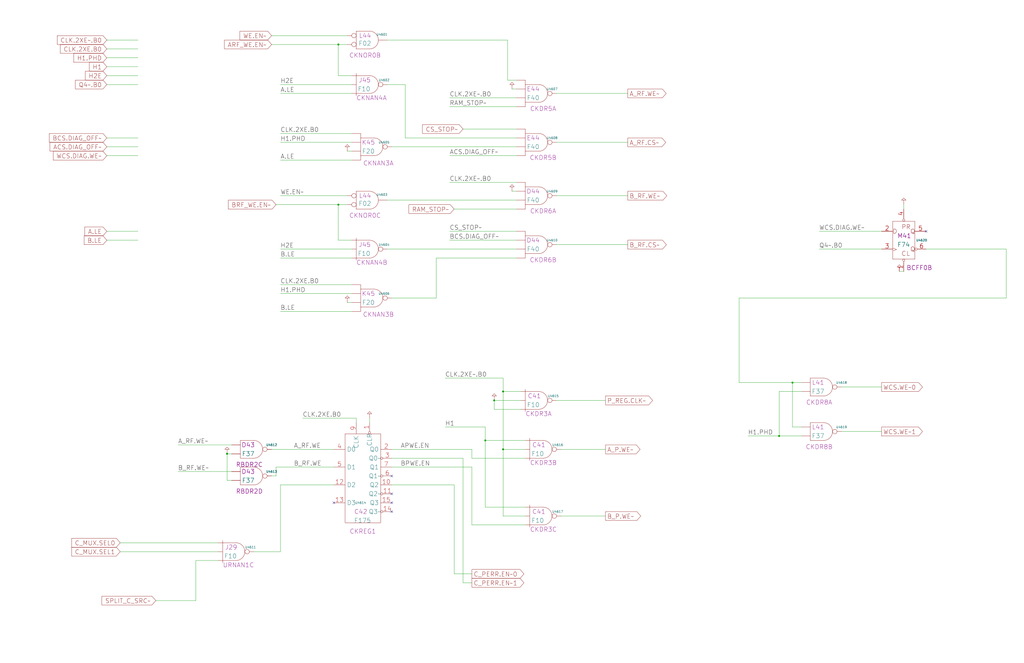
<source format=kicad_sch>
(kicad_sch (version 20230121) (generator eeschema)
  (paper "User" 584.2 378.46)
  (title_block (title "CLOCK GENERATION\\nRAM WRITE ENABLES") (date "22-MAR-90") (rev "1.0") (comment 1 "VALUE") (comment 2 "232-003063") (comment 3 "S400") (comment 4 "RELEASED"))
  (lib_symbols
    (symbol "r1000:F02" (pin_numbers hide) (pin_names hide)
      (property "Reference" "U" (at 12.16 0.635 0))
      (property "Value" "F02" (at -1.27 -4.445 0))
      (property "Location" "___" (at 2.54 0 0))
      (property "Name" "______" (at 2.54 -12.7 0))
      (symbol "F02_0_1"
        (arc (start -3.81 -7.62) (mid -2.9847 -2.54) (end -3.81 2.54) (stroke (width 0.1524)))
        (polyline (pts (xy -5.08 -5.08) (xy -3.175 -5.08)) (stroke (width 0.1524)))
        (polyline (pts (xy -5.08 0) (xy -3.175 0)) (stroke (width 0.1524)))
        (polyline (pts (xy -3.81 -7.62) (xy 2.54 -7.62)) (stroke (width 0.1524)))
        (polyline (pts (xy -3.81 2.54) (xy 2.54 2.54)) (stroke (width 0.1524)))
        (polyline (pts (xy 13.97 -2.54) (xy 12.7 -2.54)) (stroke (width 0.1524)))
        (arc (start 2.54 -7.62) (mid 6.9515 -5.9823) (end 10.16 -2.54) (stroke (width 0.1524)))
        (arc (start 10.16 -2.54) (mid 6.9478 0.8966) (end 2.54 2.54) (stroke (width 0.1524)))
        (circle (center 11.43 -2.54) (radius 1.27) (stroke (width 0.1524)))
      )
      (symbol "F02_0_2"
        (circle (center -3.81 -5.08) (radius 1.27) (stroke (width 0.1524)))
        (circle (center -3.81 0) (radius 1.27) (stroke (width 0.1524)))
        (polyline (pts (xy -2.54 -7.62) (xy 5.08 -7.62)) (stroke (width 0.1524)))
        (polyline (pts (xy -2.54 2.54) (xy -2.54 -7.62)) (stroke (width 0.1524)))
        (polyline (pts (xy -2.54 2.54) (xy 5.08 2.54)) (stroke (width 0.1524)))
        (polyline (pts (xy 11.43 -2.54) (xy 10.16 -2.54)) (stroke (width 0.1524)))
        (polyline (pts (xy 11.43 -2.54) (xy 12.7 -2.54)) (stroke (width 0.1524)))
        (arc (start 5.08 -7.62) (mid 10.1282 -2.54) (end 5.08 2.54) (stroke (width 0.1524)))
      )
      (symbol "F02_1_1"
        (pin input line (at -7.62 0 0) (length 2.54) (name "D0") (number "1"))
        (pin input line (at -7.62 -5.08 0) (length 2.54) (name "D1") (number "2"))
        (pin output line (at 15.24 -2.54 180) (length 1.27) (name "Q") (number "3"))
      )
      (symbol "F02_1_2"
        (pin input line (at -7.62 0 0) (length 2.54) (name "D0") (number "1"))
        (pin input line (at -7.62 -5.08 0) (length 2.54) (name "D1") (number "2"))
        (pin output line (at 15.24 -2.54 180) (length 2.54) (name "Q") (number "3"))
      )
    )
    (symbol "r1000:F10" (pin_numbers hide) (pin_names hide)
      (property "Reference" "U" (at 13.335 0 0))
      (property "Value" "F10" (at 5.715 -5.08 0))
      (property "Location" "___" (at -1.27 0 0))
      (property "Name" "______" (at -2.54 -10.16 0))
      (symbol "F10_0_1"
        (polyline (pts (xy -2.54 -7.62) (xy 5.08 -7.62)) (stroke (width 0.1524)))
        (polyline (pts (xy -2.54 2.54) (xy 5.08 2.54)) (stroke (width 0.1524)))
        (polyline (pts (xy -2.54 3.81) (xy -2.54 -8.89)) (stroke (width 0.1524)))
        (arc (start 5.08 -7.62) (mid 10.1282 -2.54) (end 5.08 2.54) (stroke (width 0.1524)))
        (circle (center 11.43 -2.54) (radius 1.27) (stroke (width 0.1524)))
      )
      (symbol "F10_0_2"
        (circle (center -3.81 -7.62) (radius 1.27) (stroke (width 0.1524)))
        (circle (center -3.81 2.54) (radius 1.27) (stroke (width 0.1524)))
        (circle (center -3.175 -2.54) (radius 1.27) (stroke (width 0.1524)))
        (arc (start -2.54 -7.62) (mid -1.8195 -2.54) (end -2.54 2.54) (stroke (width 0.1524)))
        (polyline (pts (xy -4.445 -2.54) (xy -5.08 -2.54)) (stroke (width 0.1524)))
        (polyline (pts (xy -2.54 -7.62) (xy 5.08 -7.62)) (stroke (width 0.1524)))
        (polyline (pts (xy -2.54 2.54) (xy 5.08 2.54)) (stroke (width 0.1524)))
        (polyline (pts (xy 10.795 -2.54) (xy 12.7 -2.54)) (stroke (width 0.1524)))
        (arc (start 5.08 -7.62) (mid 8.4845 -5.6954) (end 10.795 -2.54) (stroke (width 0.1524)))
        (arc (start 10.795 -2.54) (mid 8.4807 0.6111) (end 5.08 2.54) (stroke (width 0.1524)))
      )
      (symbol "F10_1_1"
        (pin input line (at -5.08 2.54 0) (length 2.54) (name "D0") (number "1"))
        (pin input line (at -5.08 -2.54 0) (length 2.54) (name "D1") (number "2"))
        (pin input line (at -5.08 -7.62 0) (length 2.54) (name "D2") (number "3"))
        (pin output line (at 15.24 -2.54 180) (length 2.54) (name "Q") (number "4"))
      )
      (symbol "F10_1_2"
        (pin input line (at -5.08 2.54 0) (length 0) (name "D0") (number "1"))
        (pin input line (at -5.08 -2.54 0) (length 0) (name "D1") (number "2"))
        (pin input line (at -5.08 -7.62 0) (length 0) (name "D2") (number "3"))
        (pin output line (at 15.24 -2.54 180) (length 2.54) (name "Q") (number "4"))
      )
    )
    (symbol "r1000:F175" (pin_names (offset 1.016))
      (property "Reference" "U" (at 2.54 5.08 0))
      (property "Value" "F175" (at -1.27 -5.08 0))
      (property "Location" "___" (at -1.27 0 0))
      (property "Name" "______" (at 3.81 -12.7 0))
      (symbol "F175_1_1"
        (rectangle (start -6.35 44.45) (end 13.97 -6.35))
        (circle (center 7.62 45.085) (radius 0.635))
        (circle (center 14.605 0) (radius 0.635))
        (circle (center 14.605 10.16) (radius 0.635))
        (circle (center 14.605 20.32) (radius 0.635))
        (circle (center 14.605 30.48) (radius 0.635))
        (pin input line (at 7.62 50.8 270) (length 5.08) (name "CLR") (number "1"))
        (pin output line (at 20.32 15.24 180) (length 6.35) (name "Q2") (number "10"))
        (pin output line (at 20.32 10.16 180) (length 5.08) (name "Q2~") (number "11"))
        (pin input line (at -12.7 15.24 0) (length 6.35) (name "D2") (number "12"))
        (pin input line (at -12.7 5.08 0) (length 6.35) (name "D3") (number "13"))
        (pin output line (at 20.32 0 180) (length 5.08) (name "Q3~") (number "14"))
        (pin output line (at 20.32 5.08 180) (length 6.35) (name "Q3") (number "15"))
        (pin output line (at 20.32 35.56 180) (length 6.35) (name "Q0") (number "2"))
        (pin output line (at 20.32 30.48 180) (length 5.08) (name "Q0~") (number "3"))
        (pin input line (at -12.7 35.56 0) (length 6.35) (name "D0") (number "4"))
        (pin input line (at -12.7 25.4 0) (length 6.35) (name "D1") (number "5"))
        (pin output line (at 20.32 20.32 180) (length 5.08) (name "Q1~") (number "6"))
        (pin output line (at 20.32 25.4 180) (length 6.35) (name "Q1") (number "7"))
        (pin input line (at 0 50.8 270) (length 6.35) (name "CLK") (number "9"))
      )
    )
    (symbol "r1000:F20" (pin_numbers hide) (pin_names hide)
      (property "Reference" "U" (at 8.255 2.54 0))
      (property "Value" "F20" (at -0.635 -2.54 0))
      (property "Location" "___" (at -0.635 2.54 0))
      (property "Name" "______" (at 5.08 -10.795 0))
      (symbol "F20_0_1"
        (polyline (pts (xy -5.08 -5.08) (xy -5.08 -7.62)) (stroke (width 0.1524)))
        (polyline (pts (xy -5.08 5.08) (xy -5.08 -5.08)) (stroke (width 0.1524)))
        (polyline (pts (xy -5.08 7.62) (xy -5.08 5.08)) (stroke (width 0.1524)))
        (polyline (pts (xy 2.54 -5.08) (xy -5.08 -5.08)) (stroke (width 0.1524)))
        (polyline (pts (xy 2.54 5.08) (xy -5.08 5.08)) (stroke (width 0.1524)))
        (arc (start 2.54 -5.08) (mid 7.5882 0) (end 2.54 5.08) (stroke (width 0.1524)))
        (circle (center 8.89 0) (radius 1.27) (stroke (width 0.1524)))
      )
      (symbol "F20_0_2"
        (circle (center -7.62 -7.62) (radius 1.27) (stroke (width 0.1524)))
        (circle (center -7.62 7.62) (radius 1.27) (stroke (width 0.1524)))
        (circle (center -6.985 -2.54) (radius 1.27) (stroke (width 0.1524)))
        (circle (center -6.985 2.54) (radius 1.27) (stroke (width 0.1524)))
        (arc (start -6.35 -7.62) (mid -5.3975 0) (end -6.35 7.62) (stroke (width 0.1524)))
        (polyline (pts (xy -5.715 -5.08) (xy 1.27 -5.08)) (stroke (width 0.1524)))
        (polyline (pts (xy -5.715 5.08) (xy 1.27 5.08)) (stroke (width 0.1524)))
        (arc (start 1.27 -5.08) (mid 5.0518 -3.2985) (end 7.62 0) (stroke (width 0.1524)))
        (arc (start 7.62 0) (mid 5.0518 3.2985) (end 1.27 5.08) (stroke (width 0.1524)))
      )
      (symbol "F20_1_1"
        (pin input line (at -10.16 7.62 0) (length 5.08) (name "D0") (number "1"))
        (pin input line (at -10.16 2.54 0) (length 5.08) (name "D1") (number "2"))
        (pin input line (at -10.16 -2.54 0) (length 5.08) (name "D2") (number "4"))
        (pin input line (at -10.16 -7.62 0) (length 5.08) (name "D3") (number "5"))
        (pin output line (at 12.7 0 180) (length 2.54) (name "Q") (number "6"))
      )
      (symbol "F20_1_2"
        (pin input line (at -10.16 7.62 0) (length 1.27) (name "D0") (number "1"))
        (pin input line (at -10.16 2.54 0) (length 1.905) (name "D1") (number "2"))
        (pin input line (at -10.16 -2.54 0) (length 1.905) (name "D2") (number "4"))
        (pin input line (at -10.16 -7.62 0) (length 1.27) (name "D3") (number "5"))
        (pin output line (at 12.7 0 180) (length 5.08) (name "Q") (number "6"))
      )
    )
    (symbol "r1000:F37" (pin_numbers hide) (pin_names (offset 0) hide)
      (property "Reference" "U" (at 15.24 0 0))
      (property "Value" "F37" (at 1.905 -5.08 0))
      (property "Location" "___" (at 1.905 0 0))
      (property "Name" "______" (at 2.54 -12.7 0))
      (symbol "F37_0_1"
        (polyline (pts (xy -2.54 -7.62) (xy 5.08 -7.62)) (stroke (width 0.1524)))
        (polyline (pts (xy -2.54 2.54) (xy -2.54 -7.62)) (stroke (width 0.1524)))
        (polyline (pts (xy -2.54 2.54) (xy 5.08 2.54)) (stroke (width 0.1524)))
        (arc (start 5.08 -7.62) (mid 10.1282 -2.54) (end 5.08 2.54) (stroke (width 0.1524)))
        (circle (center 11.43 -2.54) (radius 1.27) (stroke (width 0.1524)))
      )
      (symbol "F37_0_2"
        (circle (center -3.81 -5.08) (radius 1.27) (stroke (width 0.1524)))
        (circle (center -3.81 0) (radius 1.27) (stroke (width 0.1524)))
        (arc (start -3.175 -7.62) (mid -2.134 -2.54) (end -3.175 2.54) (stroke (width 0.1524)))
        (polyline (pts (xy -3.175 -7.62) (xy 3.81 -7.62)) (stroke (width 0.1524)))
        (polyline (pts (xy -3.175 2.54) (xy 3.81 2.54)) (stroke (width 0.1524)))
        (arc (start 3.81 -7.62) (mid 7.5855 -5.8306) (end 10.16 -2.54) (stroke (width 0.1524)))
        (arc (start 10.16 -2.54) (mid 7.5827 0.7471) (end 3.81 2.54) (stroke (width 0.1524)))
      )
      (symbol "F37_1_1"
        (pin input line (at -7.62 0 0) (length 5.08) (name "D0") (number "1"))
        (pin input line (at -7.62 -5.08 0) (length 5.08) (name "D1") (number "2"))
        (pin output line (at 15.24 -2.54 180) (length 2.54) (name "Q") (number "3"))
      )
      (symbol "F37_1_2"
        (pin input line (at -7.62 0 0) (length 2.54) (name "D0") (number "1"))
        (pin input line (at -7.62 -5.08 0) (length 2.54) (name "D1") (number "2"))
        (pin output line (at 15.24 -2.54 180) (length 5.08) (name "Q") (number "3"))
      )
    )
    (symbol "r1000:F40" (pin_numbers hide) (pin_names hide)
      (property "Reference" "U" (at 12.7 2.54 0))
      (property "Value" "F40" (at 1.905 -2.54 0))
      (property "Location" "___" (at 1.905 2.54 0))
      (property "Name" "______" (at 7.62 -10.16 0))
      (symbol "F40_0_0"
        (polyline (pts (xy -2.54 -5.08) (xy 5.08 -5.08)) (stroke (width 0.1524)))
        (polyline (pts (xy -2.54 5.08) (xy 5.08 5.08)) (stroke (width 0.1524)))
        (arc (start 5.08 -5.08) (mid 8.6721 -3.5921) (end 10.16 0) (stroke (width 0.1524)))
        (arc (start 10.16 0) (mid 8.6721 3.5921) (end 5.08 5.08) (stroke (width 0.1524)))
        (circle (center 11.43 0) (radius 1.27) (stroke (width 0.1524)))
      )
      (symbol "F40_0_1"
        (polyline (pts (xy -2.54 -5.08) (xy -2.54 -7.62)) (stroke (width 0.1524)))
        (polyline (pts (xy -2.54 5.08) (xy -2.54 -5.08)) (stroke (width 0.1524)))
        (polyline (pts (xy -2.54 7.62) (xy -2.54 5.08)) (stroke (width 0.1524)))
      )
      (symbol "F40_1_1"
        (pin input line (at -7.62 7.62 0) (length 5.08) (name "D0") (number "1"))
        (pin input line (at -7.62 2.54 0) (length 5.08) (name "D3") (number "2"))
        (pin input line (at -7.62 -2.54 0) (length 5.08) (name "D4") (number "4"))
        (pin input line (at -7.62 -7.62 0) (length 5.08) (name "D5") (number "5"))
        (pin output line (at 15.24 0 180) (length 2.54) (name "Q") (number "6"))
      )
    )
    (symbol "r1000:F74" (pin_names (offset 1.016) hide)
      (property "Reference" "U" (at 12.7 -2.54 0))
      (property "Value" "F74" (at -1.27 -5.08 0))
      (property "Location" "___" (at -1.27 0 0))
      (property "Name" "______" (at 11.43 -19.685 0))
      (symbol "F74_0_1"
        (rectangle (start -3.81 8.255) (end 8.89 -13.335) (stroke (width 0.1524)))
        (polyline (pts (xy 2.54 -15.24) (xy 2.54 -14.605)) (stroke (width 0.1524)))
        (polyline (pts (xy 2.54 10.16) (xy 2.54 9.525)) (stroke (width 0.1524)))
      )
      (symbol "F74_1_1"
        (circle (center 2.54 -13.97) (radius 0.635))
        (circle (center 2.54 8.89) (radius 0.635))
        (circle (center 9.525 -7.62) (radius 0.635))
        (text ">" (at -2.54 -7.62 0) (effects (font (size 2.54 2.54))))
        (text "C" (at 2.54 -10.16 0) (effects (font (size 2.54 2.54))))
        (text "D" (at -2.54 2.54 0) (effects (font (size 2.54 2.54))))
        (text "L" (at 5.08 -10.16 0) (effects (font (size 2.54 2.54))))
        (text "P" (at 2.54 5.08 0) (effects (font (size 2.54 2.54))))
        (text "Q" (at 7.62 -7.62 0) (effects (font (size 2.54 2.54))))
        (text "Q" (at 7.62 2.54 0) (effects (font (size 2.54 2.54))))
        (text "R" (at 5.08 5.08 0) (effects (font (size 2.54 2.54))))
        (pin input line (at 2.54 -20.32 90) (length 5.08) (name "CL_") (number "1"))
        (pin input line (at -10.16 2.54 0) (length 6.35) (name "D") (number "2"))
        (pin input line (at -10.16 -7.62 0) (length 6.35) (name "CLK") (number "3"))
        (pin input line (at 2.54 15.24 270) (length 5.08) (name "PR_") (number "4"))
        (pin output line (at 15.24 2.54 180) (length 6.35) (name "Q") (number "5"))
        (pin output line (at 15.24 -7.62 180) (length 5.08) (name "Q_") (number "6"))
      )
    )
    (symbol "r1000:PU" (power) (pin_numbers hide) (pin_names hide)
      (symbol "PU_0_1"
        (polyline (pts (xy 0 2.54) (xy -1.27 2.54) (xy 0 3.81) (xy 1.27 2.54) (xy 0 2.54)) (stroke (width 0.1524)))
      )
      (symbol "PU_1_1"
        (pin power_in line (at 0 0 90) (length 2.54) (name "PU") (number "1"))
      )
    )
  )
  (junction (at 193.04 25.4))
  (junction (at 129.54 259.08))
  (junction (at 452.12 218.44))
  (junction (at 193.04 116.84))
  (junction (at 287.02 256.54))
  (junction (at 287.02 223.52))
  (junction (at 444.5 248.92))
  (junction (at 281.94 228.6))
  (junction (at 276.86 251.46))
  (no_connect (at 223.52 292.1))
  (no_connect (at 190.5 287.02))
  (no_connect (at 223.52 271.78))
  (no_connect (at 223.52 287.02))
  (no_connect (at 528.32 132.08))
  (no_connect (at 223.52 281.94))
  (wire (pts (xy 287.02 223.52) (xy 297.18 223.52)))
  (wire (pts (xy 203.2 238.76) (xy 203.2 241.3)))
  (wire (pts (xy 287.02 223.52) (xy 287.02 256.54)))
  (wire (pts (xy 297.18 233.68) (xy 281.94 233.68)))
  (wire (pts (xy 256.54 137.16) (xy 294.64 137.16)))
  (wire (pts (xy 281.94 228.6) (xy 297.18 228.6)))
  (wire (pts (xy 220.98 48.26) (xy 231.14 48.26)))
  (wire (pts (xy 444.5 223.52) (xy 444.5 248.92)))
  (wire (pts (xy 60.96 22.86) (xy 78.74 22.86)))
  (wire (pts (xy 467.36 132.08) (xy 502.92 132.08)))
  (wire (pts (xy 259.08 276.86) (xy 223.52 276.86)))
  (wire (pts (xy 193.04 116.84) (xy 198.12 116.84)))
  (wire (pts (xy 259.08 327.66) (xy 259.08 276.86)))
  (wire (pts (xy 289.56 22.86) (xy 289.56 45.72)))
  (wire (pts (xy 528.32 142.24) (xy 574.04 142.24)))
  (wire (pts (xy 231.14 48.26) (xy 231.14 78.74)))
  (wire (pts (xy 292.1 50.8) (xy 294.64 50.8)))
  (wire (pts (xy 160.02 167.64) (xy 200.66 167.64)))
  (wire (pts (xy 467.36 142.24) (xy 502.92 142.24)))
  (wire (pts (xy 60.96 33.02) (xy 78.74 33.02)))
  (wire (pts (xy 289.56 45.72) (xy 294.64 45.72)))
  (wire (pts (xy 111.76 342.9) (xy 111.76 320.04)))
  (wire (pts (xy 60.96 132.08) (xy 78.74 132.08)))
  (wire (pts (xy 157.48 116.84) (xy 193.04 116.84)))
  (wire (pts (xy 254 243.84) (xy 276.86 243.84)))
  (wire (pts (xy 276.86 251.46) (xy 276.86 289.56)))
  (wire (pts (xy 317.5 228.6) (xy 345.44 228.6)))
  (wire (pts (xy 68.58 309.88) (xy 124.46 309.88)))
  (wire (pts (xy 223.52 170.18) (xy 248.92 170.18)))
  (wire (pts (xy 60.96 43.18) (xy 78.74 43.18)))
  (wire (pts (xy 193.04 137.16) (xy 193.04 116.84)))
  (wire (pts (xy 269.24 327.66) (xy 259.08 327.66)))
  (wire (pts (xy 60.96 83.82) (xy 78.74 83.82)))
  (wire (pts (xy 60.96 27.94) (xy 78.74 27.94)))
  (wire (pts (xy 101.6 254) (xy 132.08 254)))
  (wire (pts (xy 172.72 238.76) (xy 203.2 238.76)))
  (wire (pts (xy 160.02 48.26) (xy 200.66 48.26)))
  (wire (pts (xy 317.5 111.76) (xy 358.14 111.76)))
  (wire (pts (xy 452.12 243.84) (xy 452.12 218.44)))
  (wire (pts (xy 452.12 218.44) (xy 457.2 218.44)))
  (wire (pts (xy 254 215.9) (xy 287.02 215.9)))
  (wire (pts (xy 193.04 25.4) (xy 198.12 25.4)))
  (wire (pts (xy 281.94 233.68) (xy 281.94 228.6)))
  (wire (pts (xy 320.04 256.54) (xy 345.44 256.54)))
  (wire (pts (xy 60.96 137.16) (xy 78.74 137.16)))
  (wire (pts (xy 129.54 259.08) (xy 132.08 259.08)))
  (wire (pts (xy 421.64 170.18) (xy 421.64 218.44)))
  (wire (pts (xy 154.94 20.32) (xy 198.12 20.32)))
  (wire (pts (xy 60.96 38.1) (xy 78.74 38.1)))
  (wire (pts (xy 160.02 142.24) (xy 200.66 142.24)))
  (wire (pts (xy 320.04 294.64) (xy 345.44 294.64)))
  (wire (pts (xy 287.02 256.54) (xy 299.72 256.54)))
  (wire (pts (xy 513.08 154.94) (xy 515.62 154.94)))
  (wire (pts (xy 223.52 256.54) (xy 269.24 256.54)))
  (wire (pts (xy 256.54 104.14) (xy 294.64 104.14)))
  (wire (pts (xy 264.16 73.66) (xy 294.64 73.66)))
  (wire (pts (xy 421.64 218.44) (xy 452.12 218.44)))
  (wire (pts (xy 160.02 111.76) (xy 198.12 111.76)))
  (wire (pts (xy 457.2 223.52) (xy 444.5 223.52)))
  (wire (pts (xy 101.6 269.24) (xy 132.08 269.24)))
  (wire (pts (xy 317.5 139.7) (xy 358.14 139.7)))
  (wire (pts (xy 457.2 243.84) (xy 452.12 243.84)))
  (wire (pts (xy 160.02 91.44) (xy 200.66 91.44)))
  (wire (pts (xy 200.66 43.18) (xy 193.04 43.18)))
  (wire (pts (xy 276.86 243.84) (xy 276.86 251.46)))
  (wire (pts (xy 129.54 274.32) (xy 129.54 259.08)))
  (wire (pts (xy 160.02 276.86) (xy 190.5 276.86)))
  (wire (pts (xy 480.06 246.38) (xy 502.92 246.38)))
  (wire (pts (xy 256.54 55.88) (xy 294.64 55.88)))
  (wire (pts (xy 264.16 261.62) (xy 223.52 261.62)))
  (wire (pts (xy 210.82 238.76) (xy 210.82 241.3)))
  (wire (pts (xy 269.24 266.7) (xy 269.24 299.72)))
  (wire (pts (xy 193.04 43.18) (xy 193.04 25.4)))
  (wire (pts (xy 60.96 78.74) (xy 78.74 78.74)))
  (wire (pts (xy 256.54 88.9) (xy 294.64 88.9)))
  (wire (pts (xy 256.54 132.08) (xy 294.64 132.08)))
  (wire (pts (xy 160.02 314.96) (xy 160.02 276.86)))
  (wire (pts (xy 269.24 332.74) (xy 264.16 332.74)))
  (wire (pts (xy 248.92 170.18) (xy 248.92 147.32)))
  (wire (pts (xy 287.02 256.54) (xy 287.02 294.64)))
  (wire (pts (xy 256.54 60.96) (xy 294.64 60.96)))
  (wire (pts (xy 220.98 142.24) (xy 294.64 142.24)))
  (wire (pts (xy 157.48 271.78) (xy 157.48 266.7)))
  (wire (pts (xy 160.02 162.56) (xy 200.66 162.56)))
  (wire (pts (xy 160.02 81.28) (xy 200.66 81.28)))
  (wire (pts (xy 198.12 86.36) (xy 200.66 86.36)))
  (wire (pts (xy 276.86 289.56) (xy 299.72 289.56)))
  (wire (pts (xy 269.24 299.72) (xy 299.72 299.72)))
  (wire (pts (xy 426.72 248.92) (xy 444.5 248.92)))
  (wire (pts (xy 287.02 294.64) (xy 299.72 294.64)))
  (wire (pts (xy 157.48 266.7) (xy 190.5 266.7)))
  (wire (pts (xy 248.92 147.32) (xy 294.64 147.32)))
  (wire (pts (xy 144.78 314.96) (xy 160.02 314.96)))
  (wire (pts (xy 160.02 177.8) (xy 200.66 177.8)))
  (wire (pts (xy 269.24 256.54) (xy 269.24 261.62)))
  (wire (pts (xy 444.5 248.92) (xy 457.2 248.92)))
  (wire (pts (xy 292.1 109.22) (xy 294.64 109.22)))
  (wire (pts (xy 276.86 251.46) (xy 299.72 251.46)))
  (wire (pts (xy 60.96 48.26) (xy 78.74 48.26)))
  (wire (pts (xy 111.76 320.04) (xy 124.46 320.04)))
  (wire (pts (xy 60.96 88.9) (xy 78.74 88.9)))
  (wire (pts (xy 160.02 147.32) (xy 200.66 147.32)))
  (wire (pts (xy 259.08 119.38) (xy 294.64 119.38)))
  (wire (pts (xy 223.52 83.82) (xy 294.64 83.82)))
  (wire (pts (xy 154.94 256.54) (xy 190.5 256.54)))
  (wire (pts (xy 574.04 170.18) (xy 421.64 170.18)))
  (wire (pts (xy 317.5 81.28) (xy 358.14 81.28)))
  (wire (pts (xy 515.62 116.84) (xy 515.62 119.38)))
  (wire (pts (xy 574.04 142.24) (xy 574.04 170.18)))
  (wire (pts (xy 220.98 22.86) (xy 289.56 22.86)))
  (wire (pts (xy 200.66 137.16) (xy 193.04 137.16)))
  (wire (pts (xy 223.52 266.7) (xy 269.24 266.7)))
  (wire (pts (xy 269.24 261.62) (xy 299.72 261.62)))
  (wire (pts (xy 198.12 172.72) (xy 200.66 172.72)))
  (wire (pts (xy 480.06 220.98) (xy 502.92 220.98)))
  (wire (pts (xy 287.02 215.9) (xy 287.02 223.52)))
  (wire (pts (xy 317.5 53.34) (xy 358.14 53.34)))
  (wire (pts (xy 160.02 76.2) (xy 200.66 76.2)))
  (wire (pts (xy 220.98 114.3) (xy 294.64 114.3)))
  (wire (pts (xy 231.14 78.74) (xy 294.64 78.74)))
  (wire (pts (xy 264.16 332.74) (xy 264.16 261.62)))
  (wire (pts (xy 88.9 342.9) (xy 111.76 342.9)))
  (wire (pts (xy 68.58 314.96) (xy 124.46 314.96)))
  (wire (pts (xy 132.08 274.32) (xy 129.54 274.32)))
  (wire (pts (xy 154.94 271.78) (xy 157.48 271.78)))
  (wire (pts (xy 160.02 53.34) (xy 200.66 53.34)))
  (wire (pts (xy 154.94 25.4) (xy 193.04 25.4)))
  (label "APWE.EN" (at 228.6 256.54 0) (effects (font (size 2.54 2.54))))
  (label "CLK.2XE~.B0" (at 256.54 104.14 0) (effects (font (size 2.54 2.54))))
  (label "WCS.DIAG.WE~" (at 467.36 132.08 0) (effects (font (size 2.54 2.54))))
  (label "H1.PHD" (at 426.72 248.92 0) (effects (font (size 2.54 2.54))))
  (label "H2E" (at 160.02 48.26 0) (effects (font (size 2.54 2.54))))
  (label "H2E" (at 160.02 142.24 0) (effects (font (size 2.54 2.54))))
  (label "BCS.DIAG_OFF~" (at 256.54 137.16 0) (effects (font (size 2.54 2.54))))
  (label "CLK.2XE.B0" (at 172.72 238.76 0) (effects (font (size 2.54 2.54))))
  (label "B_RF.WE~" (at 101.6 269.24 0) (effects (font (size 2.54 2.54))))
  (label "A_RF.WE" (at 167.64 256.54 0) (effects (font (size 2.54 2.54))))
  (label "B.LE" (at 160.02 147.32 0) (effects (font (size 2.54 2.54))))
  (label "CLK.2XE.B0" (at 160.02 162.56 0) (effects (font (size 2.54 2.54))))
  (label "B_RF.WE" (at 167.64 266.7 0) (effects (font (size 2.54 2.54))))
  (label "RAM_STOP~" (at 256.54 60.96 0) (effects (font (size 2.54 2.54))))
  (label "H1.PHD" (at 160.02 167.64 0) (effects (font (size 2.54 2.54))))
  (label "CS_STOP~" (at 256.54 132.08 0) (effects (font (size 2.54 2.54))))
  (label "A_RF.WE~" (at 101.6 254 0) (effects (font (size 2.54 2.54))))
  (label "BPWE.EN" (at 228.6 266.7 0) (effects (font (size 2.54 2.54))))
  (label "H1.PHD" (at 160.02 81.28 0) (effects (font (size 2.54 2.54))))
  (label "CLK.2XE.B0" (at 160.02 76.2 0) (effects (font (size 2.54 2.54))))
  (label "Q4~.B0" (at 467.36 142.24 0) (effects (font (size 2.54 2.54))))
  (label "A.LE" (at 160.02 91.44 0) (effects (font (size 2.54 2.54))))
  (label "ACS.DIAG_OFF~" (at 256.54 88.9 0) (effects (font (size 2.54 2.54))))
  (label "B.LE" (at 160.02 177.8 0) (effects (font (size 2.54 2.54))))
  (label "CLK.2XE~.B0" (at 256.54 55.88 0) (effects (font (size 2.54 2.54))))
  (label "A.LE" (at 160.02 53.34 0) (effects (font (size 2.54 2.54))))
  (label "CLK.2XE~.B0" (at 254 215.9 0) (effects (font (size 2.54 2.54))))
  (label "WE.EN~" (at 160.02 111.76 0) (effects (font (size 2.54 2.54))))
  (label "H1" (at 254 243.84 0) (effects (font (size 2.54 2.54))))
  (global_label "A_RF.WE~" (shape output) (at 358.14 53.34 0) (effects (font (size 2.54 2.54))) (property "Intersheetrefs" "${INTERSHEET_REFS}" (at 380.0203 53.1813 0) (effects (font (size 1.905 1.905)) (justify left))))
  (global_label "H1.PHD" (shape input) (at 60.96 33.02 180) (effects (font (size 2.54 2.54))) (property "Intersheetrefs" "${INTERSHEET_REFS}" (at 42.1035 32.8613 0) (effects (font (size 1.905 1.905)) (justify right))))
  (global_label "BCS.DIAG_OFF~" (shape input) (at 60.96 78.74 180) (effects (font (size 2.54 2.54))) (property "Intersheetrefs" "${INTERSHEET_REFS}" (at 28.194 78.5813 0) (effects (font (size 1.905 1.905)) (justify right))))
  (global_label "CS_STOP~" (shape input) (at 264.16 73.66 180) (effects (font (size 2.54 2.54))) (property "Intersheetrefs" "${INTERSHEET_REFS}" (at 241.0702 73.5013 0) (effects (font (size 1.905 1.905)) (justify right))))
  (global_label "CLK.2XE~.B0" (shape input) (at 60.96 22.86 180) (effects (font (size 2.54 2.54))) (property "Intersheetrefs" "${INTERSHEET_REFS}" (at 32.6692 22.7013 0) (effects (font (size 1.905 1.905)) (justify right))))
  (global_label "A.LE" (shape input) (at 60.96 132.08 180) (effects (font (size 2.54 2.54))) (property "Intersheetrefs" "${INTERSHEET_REFS}" (at 48.393 131.9213 0) (effects (font (size 1.905 1.905)) (justify right))))
  (global_label "WCS.WE~1" (shape output) (at 502.92 246.38 0) (effects (font (size 2.54 2.54))) (property "Intersheetrefs" "${INTERSHEET_REFS}" (at 526.2517 246.2213 0) (effects (font (size 1.905 1.905)) (justify left))))
  (global_label "ACS.DIAG_OFF~" (shape input) (at 60.96 83.82 180) (effects (font (size 2.54 2.54))) (property "Intersheetrefs" "${INTERSHEET_REFS}" (at 28.5569 83.6613 0) (effects (font (size 1.905 1.905)) (justify right))))
  (global_label "H2E" (shape input) (at 60.96 43.18 180) (effects (font (size 2.54 2.54))) (property "Intersheetrefs" "${INTERSHEET_REFS}" (at 48.7559 43.0213 0) (effects (font (size 1.905 1.905)) (justify right))))
  (global_label "ARF_WE.EN~" (shape input) (at 154.94 25.4 180) (effects (font (size 2.54 2.54))) (property "Intersheetrefs" "${INTERSHEET_REFS}" (at 128.1007 25.2413 0) (effects (font (size 1.905 1.905)) (justify right))))
  (global_label "WCS.WE~0" (shape output) (at 502.92 220.98 0) (effects (font (size 2.54 2.54))) (property "Intersheetrefs" "${INTERSHEET_REFS}" (at 526.2517 220.8213 0) (effects (font (size 1.905 1.905)) (justify left))))
  (global_label "RAM_STOP~" (shape input) (at 259.08 119.38 180) (effects (font (size 2.54 2.54))) (property "Intersheetrefs" "${INTERSHEET_REFS}" (at 233.3292 119.2213 0) (effects (font (size 1.905 1.905)) (justify right))))
  (global_label "WE.EN~" (shape input) (at 154.94 20.32 180) (effects (font (size 2.54 2.54))) (property "Intersheetrefs" "${INTERSHEET_REFS}" (at 136.9302 20.1613 0) (effects (font (size 1.905 1.905)) (justify right))))
  (global_label "C_PERR.EN~1" (shape output) (at 269.24 332.74 0) (effects (font (size 2.54 2.54))) (property "Intersheetrefs" "${INTERSHEET_REFS}" (at 298.8612 332.5813 0) (effects (font (size 1.905 1.905)) (justify left))))
  (global_label "CLK.2XE.B0" (shape input) (at 60.96 27.94 180) (effects (font (size 2.54 2.54))) (property "Intersheetrefs" "${INTERSHEET_REFS}" (at 34.4835 27.7813 0) (effects (font (size 1.905 1.905)) (justify right))))
  (global_label "SPLIT_C_SRC~" (shape input) (at 88.9 342.9 180) (effects (font (size 2.54 2.54))) (property "Intersheetrefs" "${INTERSHEET_REFS}" (at 58.1902 342.7413 0) (effects (font (size 1.905 1.905)) (justify right))))
  (global_label "H1" (shape input) (at 60.96 38.1 180) (effects (font (size 2.54 2.54))) (property "Intersheetrefs" "${INTERSHEET_REFS}" (at 51.054 37.9413 0) (effects (font (size 1.905 1.905)) (justify right))))
  (global_label "B.LE" (shape input) (at 60.96 137.16 180) (effects (font (size 2.54 2.54))) (property "Intersheetrefs" "${INTERSHEET_REFS}" (at 48.0302 137.0013 0) (effects (font (size 1.905 1.905)) (justify right))))
  (global_label "B_RF.WE~" (shape output) (at 358.14 111.76 0) (effects (font (size 2.54 2.54))) (property "Intersheetrefs" "${INTERSHEET_REFS}" (at 380.3831 111.6013 0) (effects (font (size 1.905 1.905)) (justify left))))
  (global_label "B_RF.CS~" (shape output) (at 358.14 139.7 0) (effects (font (size 2.54 2.54))) (property "Intersheetrefs" "${INTERSHEET_REFS}" (at 380.1412 139.5413 0) (effects (font (size 1.905 1.905)) (justify left))))
  (global_label "A_RF.CS~" (shape output) (at 358.14 81.28 0) (effects (font (size 2.54 2.54))) (property "Intersheetrefs" "${INTERSHEET_REFS}" (at 379.7784 81.1213 0) (effects (font (size 1.905 1.905)) (justify left))))
  (global_label "A_P.WE~" (shape output) (at 345.44 256.54 0) (effects (font (size 2.54 2.54))) (property "Intersheetrefs" "${INTERSHEET_REFS}" (at 365.1431 256.3813 0) (effects (font (size 1.905 1.905)) (justify left))))
  (global_label "BRF_WE.EN~" (shape input) (at 157.48 116.84 180) (effects (font (size 2.54 2.54))) (property "Intersheetrefs" "${INTERSHEET_REFS}" (at 130.2778 116.6813 0) (effects (font (size 1.905 1.905)) (justify right))))
  (global_label "B_P.WE~" (shape output) (at 345.44 294.64 0) (effects (font (size 2.54 2.54))) (property "Intersheetrefs" "${INTERSHEET_REFS}" (at 365.506 294.4813 0) (effects (font (size 1.905 1.905)) (justify left))))
  (global_label "C_PERR.EN~0" (shape output) (at 269.24 327.66 0) (effects (font (size 2.54 2.54))) (property "Intersheetrefs" "${INTERSHEET_REFS}" (at 298.8612 327.5013 0) (effects (font (size 1.905 1.905)) (justify left))))
  (global_label "C_MUX.SEL1" (shape input) (at 68.58 314.96 180) (effects (font (size 2.54 2.54))) (property "Intersheetrefs" "${INTERSHEET_REFS}" (at 40.1683 314.8013 0) (effects (font (size 1.905 1.905)) (justify right))))
  (global_label "Q4~.B0" (shape input) (at 60.96 48.26 180) (effects (font (size 2.54 2.54))) (property "Intersheetrefs" "${INTERSHEET_REFS}" (at 43.0711 48.1013 0) (effects (font (size 1.905 1.905)) (justify right))))
  (global_label "WCS.DIAG.WE~" (shape input) (at 60.96 88.9 180) (effects (font (size 2.54 2.54))) (property "Intersheetrefs" "${INTERSHEET_REFS}" (at 30.3711 88.7413 0) (effects (font (size 1.905 1.905)) (justify right))))
  (global_label "C_MUX.SEL0" (shape input) (at 68.58 309.88 180) (effects (font (size 2.54 2.54))) (property "Intersheetrefs" "${INTERSHEET_REFS}" (at 40.1683 309.7213 0) (effects (font (size 1.905 1.905)) (justify right))))
  (global_label "P_REG.CLK~" (shape output) (at 345.44 228.6 0) (effects (font (size 2.54 2.54))) (property "Intersheetrefs" "${INTERSHEET_REFS}" (at 372.2793 228.4413 0) (effects (font (size 1.905 1.905)) (justify left))))
  (symbol (lib_id "r1000:F74") (at 513.08 134.62 0) (unit 1)
    (property "Reference" "U4620" (at 525.78 137.16 0))
    (property "Value" "F74" (at 511.81 139.7 0) (effects (font (size 2.54 2.54)) (justify left)))
    (property "Location" "M41" (at 511.81 134.62 0) (effects (font (size 2.54 2.54)) (justify left)))
    (property "Name" "BCFF0B" (at 524.51 154.305 0) (effects (font (size 2.54 2.54)) (justify bottom)))
  )
  (symbol (lib_id "r1000:PU") (at 198.12 86.36 0) (unit 1)
    (property "Reference" "#PWR04601" (effects hide))
    (property "Value" "PU" (effects hide))
  )
  (symbol (lib_id "r1000:F40") (at 302.26 111.76 0) (unit 1)
    (property "Reference" "U4609" (at 314.96 109.22 0))
    (property "Value" "F40" (at 304.165 114.3 0) (effects (font (size 2.54 2.54))))
    (property "Location" "D44" (at 304.165 109.22 0) (effects (font (size 2.54 2.54))))
    (property "Name" "CKDR6A" (at 309.88 121.92 0) (effects (font (size 2.54 2.54)) (justify bottom)))
  )
  (symbol (lib_id "r1000:F37") (at 464.82 243.84 0) (unit 1)
    (property "Reference" "U4619" (at 480.06 243.84 0))
    (property "Value" "F37" (at 466.725 248.92 0) (effects (font (size 2.54 2.54))))
    (property "Location" "L41" (at 466.725 243.84 0) (effects (font (size 2.54 2.54))))
    (property "Name" "CKDR8B" (at 467.36 256.54 0) (effects (font (size 2.54 2.54)) (justify bottom)))
  )
  (symbol (lib_id "r1000:F37") (at 139.7 269.24 0) (unit 1)
    (property "Reference" "U4613" (at 154.94 269.24 0))
    (property "Value" "F37" (at 141.605 274.32 0) (effects (font (size 2.54 2.54))))
    (property "Location" "D43" (at 141.605 269.24 0) (effects (font (size 2.54 2.54))))
    (property "Name" "RBDR2D" (at 142.24 281.94 0) (effects (font (size 2.54 2.54)) (justify bottom)))
  )
  (symbol (lib_id "r1000:PU") (at 281.94 228.6 0) (unit 1)
    (property "Reference" "#PWR04607" (effects hide))
    (property "Value" "PU" (effects hide))
  )
  (symbol (lib_id "r1000:PU") (at 292.1 109.22 0) (unit 1)
    (property "Reference" "#PWR04604" (effects hide))
    (property "Value" "PU" (effects hide))
  )
  (symbol (lib_id "r1000:F20") (at 210.82 83.82 0) (unit 1)
    (property "Reference" "U4605" (at 219.075 81.28 0))
    (property "Value" "F20" (at 210.185 86.36 0) (effects (font (size 2.54 2.54))))
    (property "Location" "K45" (at 210.185 81.28 0) (effects (font (size 2.54 2.54))))
    (property "Name" "CKNAN3A" (at 215.9 94.615 0) (effects (font (size 2.54 2.54)) (justify bottom)))
  )
  (symbol (lib_id "r1000:PU") (at 129.54 259.08 0) (unit 1)
    (property "Reference" "#PWR04605" (effects hide))
    (property "Value" "PU" (effects hide))
  )
  (symbol (lib_id "r1000:F40") (at 302.26 139.7 0) (unit 1)
    (property "Reference" "U4610" (at 314.96 137.16 0))
    (property "Value" "F40" (at 304.165 142.24 0) (effects (font (size 2.54 2.54))))
    (property "Location" "D44" (at 304.165 137.16 0) (effects (font (size 2.54 2.54))))
    (property "Name" "CKDR6B" (at 309.88 149.86 0) (effects (font (size 2.54 2.54)) (justify bottom)))
  )
  (symbol (lib_id "r1000:F02") (at 205.74 20.32 0) (unit 1) (convert 2)
    (property "Reference" "U4601" (at 217.9 19.685 0))
    (property "Value" "F02" (at 204.47 24.765 0) (effects (font (size 2.54 2.54)) (justify left)))
    (property "Location" "L44" (at 208.28 20.32 0) (effects (font (size 2.54 2.54))))
    (property "Name" "CKNOR0B" (at 208.28 33.02 0) (effects (font (size 2.54 2.54)) (justify bottom)))
  )
  (symbol (lib_id "r1000:F37") (at 139.7 254 0) (unit 1)
    (property "Reference" "U4612" (at 154.94 254 0))
    (property "Value" "F37" (at 141.605 259.08 0) (effects (font (size 2.54 2.54))))
    (property "Location" "D43" (at 141.605 254 0) (effects (font (size 2.54 2.54))))
    (property "Name" "RBDR2C" (at 142.24 266.7 0) (effects (font (size 2.54 2.54)) (justify bottom)))
  )
  (symbol (lib_id "r1000:F10") (at 302.26 226.06 0) (unit 1)
    (property "Reference" "U4615" (at 315.595 226.06 0))
    (property "Value" "F10" (at 307.975 231.14 0) (effects (font (size 2.54 2.54)) (justify right)))
    (property "Location" "C41" (at 300.99 226.06 0) (effects (font (size 2.54 2.54)) (justify left)))
    (property "Name" "CKDR3A" (at 299.72 236.22 0) (effects (font (size 2.54 2.54)) (justify left)))
  )
  (symbol (lib_id "r1000:F10") (at 205.74 45.72 0) (unit 1)
    (property "Reference" "U4602" (at 219.075 45.72 0))
    (property "Value" "F10" (at 211.455 50.8 0) (effects (font (size 2.54 2.54)) (justify right)))
    (property "Location" "J45" (at 204.47 45.72 0) (effects (font (size 2.54 2.54)) (justify left)))
    (property "Name" "CKNAN4A" (at 203.2 55.88 0) (effects (font (size 2.54 2.54)) (justify left)))
  )
  (symbol (lib_id "r1000:F20") (at 210.82 170.18 0) (unit 1)
    (property "Reference" "U4606" (at 219.075 167.64 0))
    (property "Value" "F20" (at 210.185 172.72 0) (effects (font (size 2.54 2.54))))
    (property "Location" "K45" (at 210.185 167.64 0) (effects (font (size 2.54 2.54))))
    (property "Name" "CKNAN3B" (at 215.9 180.975 0) (effects (font (size 2.54 2.54)) (justify bottom)))
  )
  (symbol (lib_id "r1000:PU") (at 198.12 172.72 0) (unit 1)
    (property "Reference" "#PWR04602" (effects hide))
    (property "Value" "PU" (effects hide))
  )
  (symbol (lib_id "r1000:PU") (at 292.1 50.8 0) (unit 1)
    (property "Reference" "#PWR04603" (effects hide))
    (property "Value" "PU" (effects hide))
  )
  (symbol (lib_id "r1000:F10") (at 205.74 139.7 0) (unit 1)
    (property "Reference" "U4604" (at 219.075 139.7 0))
    (property "Value" "F10" (at 211.455 144.78 0) (effects (font (size 2.54 2.54)) (justify right)))
    (property "Location" "J45" (at 204.47 139.7 0) (effects (font (size 2.54 2.54)) (justify left)))
    (property "Name" "CKNAN4B" (at 203.2 149.86 0) (effects (font (size 2.54 2.54)) (justify left)))
  )
  (symbol (lib_id "r1000:F175") (at 203.2 292.1 0) (unit 1)
    (property "Reference" "U4614" (at 205.74 287.02 0))
    (property "Value" "F175" (at 201.93 297.18 0) (effects (font (size 2.54 2.54)) (justify left)))
    (property "Location" "C42" (at 201.93 292.1 0) (effects (font (size 2.54 2.54)) (justify left)))
    (property "Name" "CKREG1" (at 207.01 304.8 0) (effects (font (size 2.54 2.54)) (justify bottom)))
  )
  (symbol (lib_id "r1000:PU") (at 513.08 154.94 0) (unit 1)
    (property "Reference" "#PWR04608" (effects hide))
    (property "Value" "PU" (effects hide))
  )
  (symbol (lib_id "r1000:F10") (at 304.8 254 0) (unit 1)
    (property "Reference" "U4616" (at 318.135 254 0))
    (property "Value" "F10" (at 310.515 259.08 0) (effects (font (size 2.54 2.54)) (justify right)))
    (property "Location" "C41" (at 303.53 254 0) (effects (font (size 2.54 2.54)) (justify left)))
    (property "Name" "CKDR3B" (at 302.26 264.16 0) (effects (font (size 2.54 2.54)) (justify left)))
  )
  (symbol (lib_id "r1000:F40") (at 302.26 81.28 0) (unit 1)
    (property "Reference" "U4608" (at 314.96 78.74 0))
    (property "Value" "F40" (at 304.165 83.82 0) (effects (font (size 2.54 2.54))))
    (property "Location" "E44" (at 304.165 78.74 0) (effects (font (size 2.54 2.54))))
    (property "Name" "CKDR5B" (at 309.88 91.44 0) (effects (font (size 2.54 2.54)) (justify bottom)))
  )
  (symbol (lib_id "r1000:PU") (at 515.62 116.84 0) (unit 1)
    (property "Reference" "#PWR04609" (effects hide))
    (property "Value" "PU" (effects hide))
  )
  (symbol (lib_id "r1000:F02") (at 205.74 111.76 0) (unit 1) (convert 2)
    (property "Reference" "U4603" (at 217.9 111.125 0))
    (property "Value" "F02" (at 204.47 116.205 0) (effects (font (size 2.54 2.54)) (justify left)))
    (property "Location" "L44" (at 208.28 111.76 0) (effects (font (size 2.54 2.54))))
    (property "Name" "CKNOR0C" (at 208.28 124.46 0) (effects (font (size 2.54 2.54)) (justify bottom)))
  )
  (symbol (lib_id "r1000:F40") (at 302.26 53.34 0) (unit 1)
    (property "Reference" "U4607" (at 314.96 50.8 0))
    (property "Value" "F40" (at 304.165 55.88 0) (effects (font (size 2.54 2.54))))
    (property "Location" "E44" (at 304.165 50.8 0) (effects (font (size 2.54 2.54))))
    (property "Name" "CKDR5A" (at 309.88 63.5 0) (effects (font (size 2.54 2.54)) (justify bottom)))
  )
  (symbol (lib_id "r1000:F37") (at 464.82 218.44 0) (unit 1)
    (property "Reference" "U4618" (at 480.06 218.44 0))
    (property "Value" "F37" (at 466.725 223.52 0) (effects (font (size 2.54 2.54))))
    (property "Location" "L41" (at 466.725 218.44 0) (effects (font (size 2.54 2.54))))
    (property "Name" "CKDR8A" (at 467.36 231.14 0) (effects (font (size 2.54 2.54)) (justify bottom)))
  )
  (symbol (lib_id "r1000:F10") (at 304.8 292.1 0) (unit 1)
    (property "Reference" "U4617" (at 318.135 292.1 0))
    (property "Value" "F10" (at 310.515 297.18 0) (effects (font (size 2.54 2.54)) (justify right)))
    (property "Location" "C41" (at 303.53 292.1 0) (effects (font (size 2.54 2.54)) (justify left)))
    (property "Name" "CKDR3C" (at 302.26 302.26 0) (effects (font (size 2.54 2.54)) (justify left)))
  )
  (symbol (lib_id "r1000:PU") (at 210.82 238.76 0) (unit 1)
    (property "Reference" "#PWR04606" (effects hide))
    (property "Value" "PU" (effects hide))
  )
  (symbol (lib_id "r1000:F10") (at 129.54 312.42 0) (unit 1)
    (property "Reference" "U4611" (at 142.875 312.42 0))
    (property "Value" "F10" (at 135.255 317.5 0) (effects (font (size 2.54 2.54)) (justify right)))
    (property "Location" "J29" (at 128.27 312.42 0) (effects (font (size 2.54 2.54)) (justify left)))
    (property "Name" "URNAN1C" (at 127 322.58 0) (effects (font (size 2.54 2.54)) (justify left)))
  )
)
</source>
